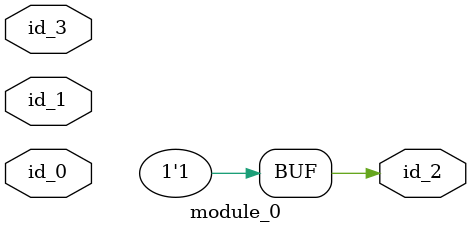
<source format=v>
module module_0 (
    input  id_0,
    input  id_1
    , id_3,
    output id_2
);
  assign id_2 = 1;
endmodule

</source>
